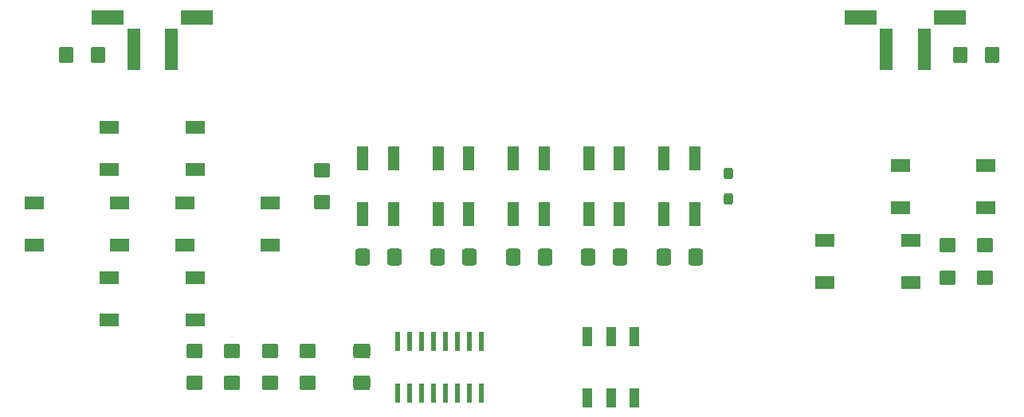
<source format=gtp>
G04 #@! TF.GenerationSoftware,KiCad,Pcbnew,8.0.2-1*
G04 #@! TF.CreationDate,2024-06-30T18:52:21+01:00*
G04 #@! TF.ProjectId,solderbit-gamepad,736f6c64-6572-4626-9974-2d67616d6570,v1.4*
G04 #@! TF.SameCoordinates,Original*
G04 #@! TF.FileFunction,Paste,Top*
G04 #@! TF.FilePolarity,Positive*
%FSLAX46Y46*%
G04 Gerber Fmt 4.6, Leading zero omitted, Abs format (unit mm)*
G04 Created by KiCad (PCBNEW 8.0.2-1) date 2024-06-30 18:52:21*
%MOMM*%
%LPD*%
G01*
G04 APERTURE LIST*
G04 Aperture macros list*
%AMRoundRect*
0 Rectangle with rounded corners*
0 $1 Rounding radius*
0 $2 $3 $4 $5 $6 $7 $8 $9 X,Y pos of 4 corners*
0 Add a 4 corners polygon primitive as box body*
4,1,4,$2,$3,$4,$5,$6,$7,$8,$9,$2,$3,0*
0 Add four circle primitives for the rounded corners*
1,1,$1+$1,$2,$3*
1,1,$1+$1,$4,$5*
1,1,$1+$1,$6,$7*
1,1,$1+$1,$8,$9*
0 Add four rect primitives between the rounded corners*
20,1,$1+$1,$2,$3,$4,$5,0*
20,1,$1+$1,$4,$5,$6,$7,0*
20,1,$1+$1,$6,$7,$8,$9,0*
20,1,$1+$1,$8,$9,$2,$3,0*%
G04 Aperture macros list end*
%ADD10R,3.500000X1.600000*%
%ADD11R,1.400000X4.500000*%
%ADD12R,1.250000X2.550000*%
%ADD13R,2.100000X1.400000*%
%ADD14RoundRect,0.307693X-0.567307X0.492307X-0.567307X-0.492307X0.567307X-0.492307X0.567307X0.492307X0*%
%ADD15RoundRect,0.307693X-0.492307X-0.567307X0.492307X-0.567307X0.492307X0.567307X-0.492307X0.567307X0*%
%ADD16RoundRect,0.301886X-0.498114X-0.598114X0.498114X-0.598114X0.498114X0.598114X-0.498114X0.598114X0*%
%ADD17RoundRect,0.307693X0.567307X-0.492307X0.567307X0.492307X-0.567307X0.492307X-0.567307X-0.492307X0*%
%ADD18RoundRect,0.250000X-0.250000X0.375000X-0.250000X-0.375000X0.250000X-0.375000X0.250000X0.375000X0*%
%ADD19RoundRect,0.301886X0.598114X-0.498114X0.598114X0.498114X-0.598114X0.498114X-0.598114X-0.498114X0*%
%ADD20R,0.533400X2.010100*%
%ADD21R,1.000000X2.000000*%
%ADD22RoundRect,0.307693X0.492307X0.567307X-0.492307X0.567307X-0.492307X-0.567307X0.492307X-0.567307X0*%
G04 APERTURE END LIST*
D10*
X59514719Y-38514719D03*
X69014719Y-38514719D03*
D11*
X62264719Y-41964719D03*
X66264719Y-41964719D03*
D12*
X118639719Y-59489719D03*
X121889719Y-59489719D03*
X121889719Y-53539719D03*
X118639719Y-53539719D03*
D13*
X135714719Y-62264719D03*
X135714719Y-66764719D03*
X144814719Y-62264719D03*
X144814719Y-66764719D03*
D10*
X139514719Y-38514719D03*
X149014719Y-38514719D03*
D11*
X142264719Y-41964719D03*
X146264719Y-41964719D03*
D14*
X72750000Y-74050000D03*
X72750000Y-77450000D03*
D15*
X55064719Y-42514719D03*
X58464719Y-42514719D03*
D16*
X110564719Y-64014719D03*
X113964719Y-64014719D03*
D17*
X82264719Y-58214719D03*
X82264719Y-54814719D03*
D18*
X125500000Y-55125000D03*
X125500000Y-57875000D03*
D13*
X143714719Y-54264719D03*
X143714719Y-58764719D03*
X152814719Y-54264719D03*
X152814719Y-58764719D03*
X51714719Y-58264719D03*
X51714719Y-62764719D03*
X60814719Y-58264719D03*
X60814719Y-62764719D03*
D19*
X86485281Y-77450000D03*
X86485281Y-74050000D03*
D12*
X86639719Y-59489719D03*
X89889719Y-59489719D03*
X89889719Y-53539719D03*
X86639719Y-53539719D03*
D16*
X102564719Y-64014719D03*
X105964719Y-64014719D03*
D20*
X90301200Y-78494950D03*
X91571200Y-78494950D03*
X92841200Y-78494950D03*
X94111200Y-78494950D03*
X95381200Y-78494950D03*
X96651200Y-78494950D03*
X97921200Y-78494950D03*
X99191200Y-78494950D03*
X99191200Y-73005050D03*
X97921200Y-73005050D03*
X96651200Y-73005050D03*
X95381200Y-73005050D03*
X94111200Y-73005050D03*
X92841200Y-73005050D03*
X91571200Y-73005050D03*
X90301200Y-73005050D03*
D13*
X59714719Y-50264719D03*
X59714719Y-54764719D03*
X68814719Y-50264719D03*
X68814719Y-54764719D03*
D14*
X148750000Y-62800000D03*
X148750000Y-66200000D03*
D12*
X110639719Y-59489719D03*
X113889719Y-59489719D03*
X113889719Y-53539719D03*
X110639719Y-53539719D03*
D14*
X152750000Y-62800000D03*
X152750000Y-66200000D03*
X80750000Y-74050000D03*
X80750000Y-77450000D03*
D16*
X86564719Y-64014719D03*
X89964719Y-64014719D03*
D14*
X68750000Y-74050000D03*
X68750000Y-77450000D03*
D16*
X118564719Y-64014719D03*
X121964719Y-64014719D03*
D12*
X102639719Y-59489719D03*
X105889719Y-59489719D03*
X105889719Y-53539719D03*
X102639719Y-53539719D03*
D13*
X59714719Y-66264719D03*
X59714719Y-70764719D03*
X68814719Y-66264719D03*
X68814719Y-70764719D03*
D21*
X110500000Y-72500000D03*
X113000000Y-72500000D03*
X115500000Y-72500000D03*
X110500000Y-79000000D03*
X113000000Y-79000000D03*
X115500000Y-79000000D03*
D14*
X76750000Y-74050000D03*
X76750000Y-77450000D03*
D12*
X94639719Y-59489719D03*
X97889719Y-59489719D03*
X97889719Y-53539719D03*
X94639719Y-53539719D03*
D16*
X94564719Y-64014719D03*
X97964719Y-64014719D03*
D13*
X67714719Y-58264719D03*
X67714719Y-62764719D03*
X76814719Y-58264719D03*
X76814719Y-62764719D03*
D22*
X153464719Y-42514719D03*
X150064719Y-42514719D03*
M02*

</source>
